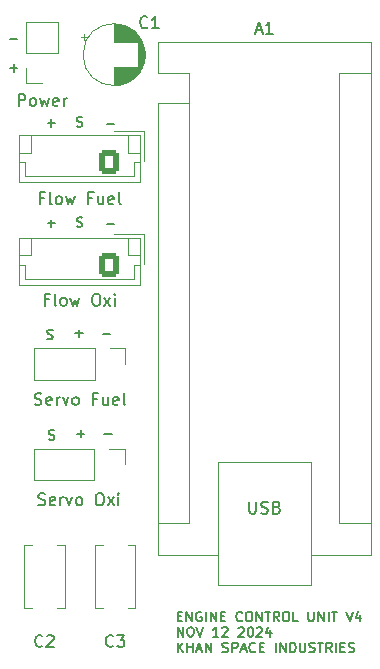
<source format=gto>
G04 #@! TF.GenerationSoftware,KiCad,Pcbnew,8.0.4*
G04 #@! TF.CreationDate,2024-11-12T14:35:11-08:00*
G04 #@! TF.ProjectId,Engine Control Unit,456e6769-6e65-4204-936f-6e74726f6c20,rev?*
G04 #@! TF.SameCoordinates,Original*
G04 #@! TF.FileFunction,Legend,Top*
G04 #@! TF.FilePolarity,Positive*
%FSLAX46Y46*%
G04 Gerber Fmt 4.6, Leading zero omitted, Abs format (unit mm)*
G04 Created by KiCad (PCBNEW 8.0.4) date 2024-11-12 14:35:11*
%MOMM*%
%LPD*%
G01*
G04 APERTURE LIST*
G04 Aperture macros list*
%AMRoundRect*
0 Rectangle with rounded corners*
0 $1 Rounding radius*
0 $2 $3 $4 $5 $6 $7 $8 $9 X,Y pos of 4 corners*
0 Add a 4 corners polygon primitive as box body*
4,1,4,$2,$3,$4,$5,$6,$7,$8,$9,$2,$3,0*
0 Add four circle primitives for the rounded corners*
1,1,$1+$1,$2,$3*
1,1,$1+$1,$4,$5*
1,1,$1+$1,$6,$7*
1,1,$1+$1,$8,$9*
0 Add four rect primitives between the rounded corners*
20,1,$1+$1,$2,$3,$4,$5,0*
20,1,$1+$1,$4,$5,$6,$7,0*
20,1,$1+$1,$6,$7,$8,$9,0*
20,1,$1+$1,$8,$9,$2,$3,0*%
G04 Aperture macros list end*
%ADD10C,0.152400*%
%ADD11C,0.150000*%
%ADD12C,0.120000*%
%ADD13R,1.700000X1.700000*%
%ADD14O,1.700000X1.700000*%
%ADD15C,1.600000*%
%ADD16R,1.600000X1.600000*%
%ADD17O,1.700000X1.950000*%
%ADD18RoundRect,0.250000X0.600000X0.725000X-0.600000X0.725000X-0.600000X-0.725000X0.600000X-0.725000X0*%
%ADD19O,1.600000X1.600000*%
G04 APERTURE END LIST*
D10*
X135206213Y-110917034D02*
X134586937Y-110917034D01*
X132582965Y-111206213D02*
X132582965Y-110586937D01*
X132892603Y-110896575D02*
X132273327Y-110896575D01*
X129895082Y-111353899D02*
X130011196Y-111392603D01*
X130011196Y-111392603D02*
X130204720Y-111392603D01*
X130204720Y-111392603D02*
X130282129Y-111353899D01*
X130282129Y-111353899D02*
X130320834Y-111315194D01*
X130320834Y-111315194D02*
X130359539Y-111237784D01*
X130359539Y-111237784D02*
X130359539Y-111160375D01*
X130359539Y-111160375D02*
X130320834Y-111082965D01*
X130320834Y-111082965D02*
X130282129Y-111044260D01*
X130282129Y-111044260D02*
X130204720Y-111005556D01*
X130204720Y-111005556D02*
X130049901Y-110966851D01*
X130049901Y-110966851D02*
X129972491Y-110928146D01*
X129972491Y-110928146D02*
X129933786Y-110889441D01*
X129933786Y-110889441D02*
X129895082Y-110812032D01*
X129895082Y-110812032D02*
X129895082Y-110734622D01*
X129895082Y-110734622D02*
X129933786Y-110657213D01*
X129933786Y-110657213D02*
X129972491Y-110618508D01*
X129972491Y-110618508D02*
X130049901Y-110579803D01*
X130049901Y-110579803D02*
X130243424Y-110579803D01*
X130243424Y-110579803D02*
X130359539Y-110618508D01*
X129793786Y-93082965D02*
X130413063Y-93082965D01*
X130103424Y-93392603D02*
X130103424Y-92773327D01*
X132255082Y-93353899D02*
X132371196Y-93392603D01*
X132371196Y-93392603D02*
X132564720Y-93392603D01*
X132564720Y-93392603D02*
X132642129Y-93353899D01*
X132642129Y-93353899D02*
X132680834Y-93315194D01*
X132680834Y-93315194D02*
X132719539Y-93237784D01*
X132719539Y-93237784D02*
X132719539Y-93160375D01*
X132719539Y-93160375D02*
X132680834Y-93082965D01*
X132680834Y-93082965D02*
X132642129Y-93044260D01*
X132642129Y-93044260D02*
X132564720Y-93005556D01*
X132564720Y-93005556D02*
X132409901Y-92966851D01*
X132409901Y-92966851D02*
X132332491Y-92928146D01*
X132332491Y-92928146D02*
X132293786Y-92889441D01*
X132293786Y-92889441D02*
X132255082Y-92812032D01*
X132255082Y-92812032D02*
X132255082Y-92734622D01*
X132255082Y-92734622D02*
X132293786Y-92657213D01*
X132293786Y-92657213D02*
X132332491Y-92618508D01*
X132332491Y-92618508D02*
X132409901Y-92579803D01*
X132409901Y-92579803D02*
X132603424Y-92579803D01*
X132603424Y-92579803D02*
X132719539Y-92618508D01*
X134793786Y-93182965D02*
X135413063Y-93182965D01*
X134793786Y-84682965D02*
X135413063Y-84682965D01*
X126593786Y-77442965D02*
X127213063Y-77442965D01*
X132255082Y-84853899D02*
X132371196Y-84892603D01*
X132371196Y-84892603D02*
X132564720Y-84892603D01*
X132564720Y-84892603D02*
X132642129Y-84853899D01*
X132642129Y-84853899D02*
X132680834Y-84815194D01*
X132680834Y-84815194D02*
X132719539Y-84737784D01*
X132719539Y-84737784D02*
X132719539Y-84660375D01*
X132719539Y-84660375D02*
X132680834Y-84582965D01*
X132680834Y-84582965D02*
X132642129Y-84544260D01*
X132642129Y-84544260D02*
X132564720Y-84505556D01*
X132564720Y-84505556D02*
X132409901Y-84466851D01*
X132409901Y-84466851D02*
X132332491Y-84428146D01*
X132332491Y-84428146D02*
X132293786Y-84389441D01*
X132293786Y-84389441D02*
X132255082Y-84312032D01*
X132255082Y-84312032D02*
X132255082Y-84234622D01*
X132255082Y-84234622D02*
X132293786Y-84157213D01*
X132293786Y-84157213D02*
X132332491Y-84118508D01*
X132332491Y-84118508D02*
X132409901Y-84079803D01*
X132409901Y-84079803D02*
X132603424Y-84079803D01*
X132603424Y-84079803D02*
X132719539Y-84118508D01*
X129755082Y-102853899D02*
X129871196Y-102892603D01*
X129871196Y-102892603D02*
X130064720Y-102892603D01*
X130064720Y-102892603D02*
X130142129Y-102853899D01*
X130142129Y-102853899D02*
X130180834Y-102815194D01*
X130180834Y-102815194D02*
X130219539Y-102737784D01*
X130219539Y-102737784D02*
X130219539Y-102660375D01*
X130219539Y-102660375D02*
X130180834Y-102582965D01*
X130180834Y-102582965D02*
X130142129Y-102544260D01*
X130142129Y-102544260D02*
X130064720Y-102505556D01*
X130064720Y-102505556D02*
X129909901Y-102466851D01*
X129909901Y-102466851D02*
X129832491Y-102428146D01*
X129832491Y-102428146D02*
X129793786Y-102389441D01*
X129793786Y-102389441D02*
X129755082Y-102312032D01*
X129755082Y-102312032D02*
X129755082Y-102234622D01*
X129755082Y-102234622D02*
X129793786Y-102157213D01*
X129793786Y-102157213D02*
X129832491Y-102118508D01*
X129832491Y-102118508D02*
X129909901Y-102079803D01*
X129909901Y-102079803D02*
X130103424Y-102079803D01*
X130103424Y-102079803D02*
X130219539Y-102118508D01*
X132442965Y-102706213D02*
X132442965Y-102086937D01*
X132752603Y-102396575D02*
X132133327Y-102396575D01*
X135066213Y-102417034D02*
X134446937Y-102417034D01*
X126593786Y-79942965D02*
X127213063Y-79942965D01*
X126903424Y-80252603D02*
X126903424Y-79633327D01*
X129793786Y-84582965D02*
X130413063Y-84582965D01*
X130103424Y-84892603D02*
X130103424Y-84273327D01*
X140793786Y-126349727D02*
X141064720Y-126349727D01*
X141180834Y-126775479D02*
X140793786Y-126775479D01*
X140793786Y-126775479D02*
X140793786Y-125962679D01*
X140793786Y-125962679D02*
X141180834Y-125962679D01*
X141529176Y-126775479D02*
X141529176Y-125962679D01*
X141529176Y-125962679D02*
X141993633Y-126775479D01*
X141993633Y-126775479D02*
X141993633Y-125962679D01*
X142806434Y-126001384D02*
X142729024Y-125962679D01*
X142729024Y-125962679D02*
X142612910Y-125962679D01*
X142612910Y-125962679D02*
X142496796Y-126001384D01*
X142496796Y-126001384D02*
X142419386Y-126078794D01*
X142419386Y-126078794D02*
X142380681Y-126156203D01*
X142380681Y-126156203D02*
X142341977Y-126311022D01*
X142341977Y-126311022D02*
X142341977Y-126427136D01*
X142341977Y-126427136D02*
X142380681Y-126581955D01*
X142380681Y-126581955D02*
X142419386Y-126659365D01*
X142419386Y-126659365D02*
X142496796Y-126736775D01*
X142496796Y-126736775D02*
X142612910Y-126775479D01*
X142612910Y-126775479D02*
X142690319Y-126775479D01*
X142690319Y-126775479D02*
X142806434Y-126736775D01*
X142806434Y-126736775D02*
X142845138Y-126698070D01*
X142845138Y-126698070D02*
X142845138Y-126427136D01*
X142845138Y-126427136D02*
X142690319Y-126427136D01*
X143193481Y-126775479D02*
X143193481Y-125962679D01*
X143580529Y-126775479D02*
X143580529Y-125962679D01*
X143580529Y-125962679D02*
X144044986Y-126775479D01*
X144044986Y-126775479D02*
X144044986Y-125962679D01*
X144432034Y-126349727D02*
X144702968Y-126349727D01*
X144819082Y-126775479D02*
X144432034Y-126775479D01*
X144432034Y-126775479D02*
X144432034Y-125962679D01*
X144432034Y-125962679D02*
X144819082Y-125962679D01*
X146251157Y-126698070D02*
X146212453Y-126736775D01*
X146212453Y-126736775D02*
X146096338Y-126775479D01*
X146096338Y-126775479D02*
X146018929Y-126775479D01*
X146018929Y-126775479D02*
X145902815Y-126736775D01*
X145902815Y-126736775D02*
X145825405Y-126659365D01*
X145825405Y-126659365D02*
X145786700Y-126581955D01*
X145786700Y-126581955D02*
X145747996Y-126427136D01*
X145747996Y-126427136D02*
X145747996Y-126311022D01*
X145747996Y-126311022D02*
X145786700Y-126156203D01*
X145786700Y-126156203D02*
X145825405Y-126078794D01*
X145825405Y-126078794D02*
X145902815Y-126001384D01*
X145902815Y-126001384D02*
X146018929Y-125962679D01*
X146018929Y-125962679D02*
X146096338Y-125962679D01*
X146096338Y-125962679D02*
X146212453Y-126001384D01*
X146212453Y-126001384D02*
X146251157Y-126040089D01*
X146754319Y-125962679D02*
X146909138Y-125962679D01*
X146909138Y-125962679D02*
X146986548Y-126001384D01*
X146986548Y-126001384D02*
X147063957Y-126078794D01*
X147063957Y-126078794D02*
X147102662Y-126233613D01*
X147102662Y-126233613D02*
X147102662Y-126504546D01*
X147102662Y-126504546D02*
X147063957Y-126659365D01*
X147063957Y-126659365D02*
X146986548Y-126736775D01*
X146986548Y-126736775D02*
X146909138Y-126775479D01*
X146909138Y-126775479D02*
X146754319Y-126775479D01*
X146754319Y-126775479D02*
X146676910Y-126736775D01*
X146676910Y-126736775D02*
X146599500Y-126659365D01*
X146599500Y-126659365D02*
X146560796Y-126504546D01*
X146560796Y-126504546D02*
X146560796Y-126233613D01*
X146560796Y-126233613D02*
X146599500Y-126078794D01*
X146599500Y-126078794D02*
X146676910Y-126001384D01*
X146676910Y-126001384D02*
X146754319Y-125962679D01*
X147451005Y-126775479D02*
X147451005Y-125962679D01*
X147451005Y-125962679D02*
X147915462Y-126775479D01*
X147915462Y-126775479D02*
X147915462Y-125962679D01*
X148186396Y-125962679D02*
X148650853Y-125962679D01*
X148418625Y-126775479D02*
X148418625Y-125962679D01*
X149386243Y-126775479D02*
X149115310Y-126388432D01*
X148921786Y-126775479D02*
X148921786Y-125962679D01*
X148921786Y-125962679D02*
X149231424Y-125962679D01*
X149231424Y-125962679D02*
X149308834Y-126001384D01*
X149308834Y-126001384D02*
X149347539Y-126040089D01*
X149347539Y-126040089D02*
X149386243Y-126117498D01*
X149386243Y-126117498D02*
X149386243Y-126233613D01*
X149386243Y-126233613D02*
X149347539Y-126311022D01*
X149347539Y-126311022D02*
X149308834Y-126349727D01*
X149308834Y-126349727D02*
X149231424Y-126388432D01*
X149231424Y-126388432D02*
X148921786Y-126388432D01*
X149889405Y-125962679D02*
X150044224Y-125962679D01*
X150044224Y-125962679D02*
X150121634Y-126001384D01*
X150121634Y-126001384D02*
X150199043Y-126078794D01*
X150199043Y-126078794D02*
X150237748Y-126233613D01*
X150237748Y-126233613D02*
X150237748Y-126504546D01*
X150237748Y-126504546D02*
X150199043Y-126659365D01*
X150199043Y-126659365D02*
X150121634Y-126736775D01*
X150121634Y-126736775D02*
X150044224Y-126775479D01*
X150044224Y-126775479D02*
X149889405Y-126775479D01*
X149889405Y-126775479D02*
X149811996Y-126736775D01*
X149811996Y-126736775D02*
X149734586Y-126659365D01*
X149734586Y-126659365D02*
X149695882Y-126504546D01*
X149695882Y-126504546D02*
X149695882Y-126233613D01*
X149695882Y-126233613D02*
X149734586Y-126078794D01*
X149734586Y-126078794D02*
X149811996Y-126001384D01*
X149811996Y-126001384D02*
X149889405Y-125962679D01*
X150973139Y-126775479D02*
X150586091Y-126775479D01*
X150586091Y-126775479D02*
X150586091Y-125962679D01*
X151863348Y-125962679D02*
X151863348Y-126620660D01*
X151863348Y-126620660D02*
X151902053Y-126698070D01*
X151902053Y-126698070D02*
X151940758Y-126736775D01*
X151940758Y-126736775D02*
X152018167Y-126775479D01*
X152018167Y-126775479D02*
X152172986Y-126775479D01*
X152172986Y-126775479D02*
X152250396Y-126736775D01*
X152250396Y-126736775D02*
X152289101Y-126698070D01*
X152289101Y-126698070D02*
X152327805Y-126620660D01*
X152327805Y-126620660D02*
X152327805Y-125962679D01*
X152714853Y-126775479D02*
X152714853Y-125962679D01*
X152714853Y-125962679D02*
X153179310Y-126775479D01*
X153179310Y-126775479D02*
X153179310Y-125962679D01*
X153566358Y-126775479D02*
X153566358Y-125962679D01*
X153837292Y-125962679D02*
X154301749Y-125962679D01*
X154069521Y-126775479D02*
X154069521Y-125962679D01*
X155075844Y-125962679D02*
X155346777Y-126775479D01*
X155346777Y-126775479D02*
X155617711Y-125962679D01*
X156236987Y-126233613D02*
X156236987Y-126775479D01*
X156043463Y-125923975D02*
X155849940Y-126504546D01*
X155849940Y-126504546D02*
X156353101Y-126504546D01*
X140793786Y-128084041D02*
X140793786Y-127271241D01*
X140793786Y-127271241D02*
X141258243Y-128084041D01*
X141258243Y-128084041D02*
X141258243Y-127271241D01*
X141800110Y-127271241D02*
X141954929Y-127271241D01*
X141954929Y-127271241D02*
X142032339Y-127309946D01*
X142032339Y-127309946D02*
X142109748Y-127387356D01*
X142109748Y-127387356D02*
X142148453Y-127542175D01*
X142148453Y-127542175D02*
X142148453Y-127813108D01*
X142148453Y-127813108D02*
X142109748Y-127967927D01*
X142109748Y-127967927D02*
X142032339Y-128045337D01*
X142032339Y-128045337D02*
X141954929Y-128084041D01*
X141954929Y-128084041D02*
X141800110Y-128084041D01*
X141800110Y-128084041D02*
X141722701Y-128045337D01*
X141722701Y-128045337D02*
X141645291Y-127967927D01*
X141645291Y-127967927D02*
X141606587Y-127813108D01*
X141606587Y-127813108D02*
X141606587Y-127542175D01*
X141606587Y-127542175D02*
X141645291Y-127387356D01*
X141645291Y-127387356D02*
X141722701Y-127309946D01*
X141722701Y-127309946D02*
X141800110Y-127271241D01*
X142380682Y-127271241D02*
X142651615Y-128084041D01*
X142651615Y-128084041D02*
X142922549Y-127271241D01*
X144238511Y-128084041D02*
X143774054Y-128084041D01*
X144006282Y-128084041D02*
X144006282Y-127271241D01*
X144006282Y-127271241D02*
X143928873Y-127387356D01*
X143928873Y-127387356D02*
X143851463Y-127464765D01*
X143851463Y-127464765D02*
X143774054Y-127503470D01*
X144548149Y-127348651D02*
X144586853Y-127309946D01*
X144586853Y-127309946D02*
X144664263Y-127271241D01*
X144664263Y-127271241D02*
X144857787Y-127271241D01*
X144857787Y-127271241D02*
X144935196Y-127309946D01*
X144935196Y-127309946D02*
X144973901Y-127348651D01*
X144973901Y-127348651D02*
X145012606Y-127426060D01*
X145012606Y-127426060D02*
X145012606Y-127503470D01*
X145012606Y-127503470D02*
X144973901Y-127619584D01*
X144973901Y-127619584D02*
X144509444Y-128084041D01*
X144509444Y-128084041D02*
X145012606Y-128084041D01*
X145941520Y-127348651D02*
X145980224Y-127309946D01*
X145980224Y-127309946D02*
X146057634Y-127271241D01*
X146057634Y-127271241D02*
X146251158Y-127271241D01*
X146251158Y-127271241D02*
X146328567Y-127309946D01*
X146328567Y-127309946D02*
X146367272Y-127348651D01*
X146367272Y-127348651D02*
X146405977Y-127426060D01*
X146405977Y-127426060D02*
X146405977Y-127503470D01*
X146405977Y-127503470D02*
X146367272Y-127619584D01*
X146367272Y-127619584D02*
X145902815Y-128084041D01*
X145902815Y-128084041D02*
X146405977Y-128084041D01*
X146909138Y-127271241D02*
X146986548Y-127271241D01*
X146986548Y-127271241D02*
X147063957Y-127309946D01*
X147063957Y-127309946D02*
X147102662Y-127348651D01*
X147102662Y-127348651D02*
X147141367Y-127426060D01*
X147141367Y-127426060D02*
X147180072Y-127580879D01*
X147180072Y-127580879D02*
X147180072Y-127774403D01*
X147180072Y-127774403D02*
X147141367Y-127929222D01*
X147141367Y-127929222D02*
X147102662Y-128006632D01*
X147102662Y-128006632D02*
X147063957Y-128045337D01*
X147063957Y-128045337D02*
X146986548Y-128084041D01*
X146986548Y-128084041D02*
X146909138Y-128084041D01*
X146909138Y-128084041D02*
X146831729Y-128045337D01*
X146831729Y-128045337D02*
X146793024Y-128006632D01*
X146793024Y-128006632D02*
X146754319Y-127929222D01*
X146754319Y-127929222D02*
X146715615Y-127774403D01*
X146715615Y-127774403D02*
X146715615Y-127580879D01*
X146715615Y-127580879D02*
X146754319Y-127426060D01*
X146754319Y-127426060D02*
X146793024Y-127348651D01*
X146793024Y-127348651D02*
X146831729Y-127309946D01*
X146831729Y-127309946D02*
X146909138Y-127271241D01*
X147489710Y-127348651D02*
X147528414Y-127309946D01*
X147528414Y-127309946D02*
X147605824Y-127271241D01*
X147605824Y-127271241D02*
X147799348Y-127271241D01*
X147799348Y-127271241D02*
X147876757Y-127309946D01*
X147876757Y-127309946D02*
X147915462Y-127348651D01*
X147915462Y-127348651D02*
X147954167Y-127426060D01*
X147954167Y-127426060D02*
X147954167Y-127503470D01*
X147954167Y-127503470D02*
X147915462Y-127619584D01*
X147915462Y-127619584D02*
X147451005Y-128084041D01*
X147451005Y-128084041D02*
X147954167Y-128084041D01*
X148650852Y-127542175D02*
X148650852Y-128084041D01*
X148457328Y-127232537D02*
X148263805Y-127813108D01*
X148263805Y-127813108D02*
X148766966Y-127813108D01*
X140793786Y-129392603D02*
X140793786Y-128579803D01*
X141258243Y-129392603D02*
X140909901Y-128928146D01*
X141258243Y-128579803D02*
X140793786Y-129044260D01*
X141606586Y-129392603D02*
X141606586Y-128579803D01*
X141606586Y-128966851D02*
X142071043Y-128966851D01*
X142071043Y-129392603D02*
X142071043Y-128579803D01*
X142419387Y-129160375D02*
X142806434Y-129160375D01*
X142341977Y-129392603D02*
X142612910Y-128579803D01*
X142612910Y-128579803D02*
X142883844Y-129392603D01*
X143154777Y-129392603D02*
X143154777Y-128579803D01*
X143154777Y-128579803D02*
X143619234Y-129392603D01*
X143619234Y-129392603D02*
X143619234Y-128579803D01*
X144586854Y-129353899D02*
X144702968Y-129392603D01*
X144702968Y-129392603D02*
X144896492Y-129392603D01*
X144896492Y-129392603D02*
X144973901Y-129353899D01*
X144973901Y-129353899D02*
X145012606Y-129315194D01*
X145012606Y-129315194D02*
X145051311Y-129237784D01*
X145051311Y-129237784D02*
X145051311Y-129160375D01*
X145051311Y-129160375D02*
X145012606Y-129082965D01*
X145012606Y-129082965D02*
X144973901Y-129044260D01*
X144973901Y-129044260D02*
X144896492Y-129005556D01*
X144896492Y-129005556D02*
X144741673Y-128966851D01*
X144741673Y-128966851D02*
X144664263Y-128928146D01*
X144664263Y-128928146D02*
X144625558Y-128889441D01*
X144625558Y-128889441D02*
X144586854Y-128812032D01*
X144586854Y-128812032D02*
X144586854Y-128734622D01*
X144586854Y-128734622D02*
X144625558Y-128657213D01*
X144625558Y-128657213D02*
X144664263Y-128618508D01*
X144664263Y-128618508D02*
X144741673Y-128579803D01*
X144741673Y-128579803D02*
X144935196Y-128579803D01*
X144935196Y-128579803D02*
X145051311Y-128618508D01*
X145399653Y-129392603D02*
X145399653Y-128579803D01*
X145399653Y-128579803D02*
X145709291Y-128579803D01*
X145709291Y-128579803D02*
X145786701Y-128618508D01*
X145786701Y-128618508D02*
X145825406Y-128657213D01*
X145825406Y-128657213D02*
X145864110Y-128734622D01*
X145864110Y-128734622D02*
X145864110Y-128850737D01*
X145864110Y-128850737D02*
X145825406Y-128928146D01*
X145825406Y-128928146D02*
X145786701Y-128966851D01*
X145786701Y-128966851D02*
X145709291Y-129005556D01*
X145709291Y-129005556D02*
X145399653Y-129005556D01*
X146173749Y-129160375D02*
X146560796Y-129160375D01*
X146096339Y-129392603D02*
X146367272Y-128579803D01*
X146367272Y-128579803D02*
X146638206Y-129392603D01*
X147373596Y-129315194D02*
X147334892Y-129353899D01*
X147334892Y-129353899D02*
X147218777Y-129392603D01*
X147218777Y-129392603D02*
X147141368Y-129392603D01*
X147141368Y-129392603D02*
X147025254Y-129353899D01*
X147025254Y-129353899D02*
X146947844Y-129276489D01*
X146947844Y-129276489D02*
X146909139Y-129199079D01*
X146909139Y-129199079D02*
X146870435Y-129044260D01*
X146870435Y-129044260D02*
X146870435Y-128928146D01*
X146870435Y-128928146D02*
X146909139Y-128773327D01*
X146909139Y-128773327D02*
X146947844Y-128695918D01*
X146947844Y-128695918D02*
X147025254Y-128618508D01*
X147025254Y-128618508D02*
X147141368Y-128579803D01*
X147141368Y-128579803D02*
X147218777Y-128579803D01*
X147218777Y-128579803D02*
X147334892Y-128618508D01*
X147334892Y-128618508D02*
X147373596Y-128657213D01*
X147721939Y-128966851D02*
X147992873Y-128966851D01*
X148108987Y-129392603D02*
X147721939Y-129392603D01*
X147721939Y-129392603D02*
X147721939Y-128579803D01*
X147721939Y-128579803D02*
X148108987Y-128579803D01*
X149076605Y-129392603D02*
X149076605Y-128579803D01*
X149463653Y-129392603D02*
X149463653Y-128579803D01*
X149463653Y-128579803D02*
X149928110Y-129392603D01*
X149928110Y-129392603D02*
X149928110Y-128579803D01*
X150315158Y-129392603D02*
X150315158Y-128579803D01*
X150315158Y-128579803D02*
X150508682Y-128579803D01*
X150508682Y-128579803D02*
X150624796Y-128618508D01*
X150624796Y-128618508D02*
X150702206Y-128695918D01*
X150702206Y-128695918D02*
X150740911Y-128773327D01*
X150740911Y-128773327D02*
X150779615Y-128928146D01*
X150779615Y-128928146D02*
X150779615Y-129044260D01*
X150779615Y-129044260D02*
X150740911Y-129199079D01*
X150740911Y-129199079D02*
X150702206Y-129276489D01*
X150702206Y-129276489D02*
X150624796Y-129353899D01*
X150624796Y-129353899D02*
X150508682Y-129392603D01*
X150508682Y-129392603D02*
X150315158Y-129392603D01*
X151127958Y-128579803D02*
X151127958Y-129237784D01*
X151127958Y-129237784D02*
X151166663Y-129315194D01*
X151166663Y-129315194D02*
X151205368Y-129353899D01*
X151205368Y-129353899D02*
X151282777Y-129392603D01*
X151282777Y-129392603D02*
X151437596Y-129392603D01*
X151437596Y-129392603D02*
X151515006Y-129353899D01*
X151515006Y-129353899D02*
X151553711Y-129315194D01*
X151553711Y-129315194D02*
X151592415Y-129237784D01*
X151592415Y-129237784D02*
X151592415Y-128579803D01*
X151940759Y-129353899D02*
X152056873Y-129392603D01*
X152056873Y-129392603D02*
X152250397Y-129392603D01*
X152250397Y-129392603D02*
X152327806Y-129353899D01*
X152327806Y-129353899D02*
X152366511Y-129315194D01*
X152366511Y-129315194D02*
X152405216Y-129237784D01*
X152405216Y-129237784D02*
X152405216Y-129160375D01*
X152405216Y-129160375D02*
X152366511Y-129082965D01*
X152366511Y-129082965D02*
X152327806Y-129044260D01*
X152327806Y-129044260D02*
X152250397Y-129005556D01*
X152250397Y-129005556D02*
X152095578Y-128966851D01*
X152095578Y-128966851D02*
X152018168Y-128928146D01*
X152018168Y-128928146D02*
X151979463Y-128889441D01*
X151979463Y-128889441D02*
X151940759Y-128812032D01*
X151940759Y-128812032D02*
X151940759Y-128734622D01*
X151940759Y-128734622D02*
X151979463Y-128657213D01*
X151979463Y-128657213D02*
X152018168Y-128618508D01*
X152018168Y-128618508D02*
X152095578Y-128579803D01*
X152095578Y-128579803D02*
X152289101Y-128579803D01*
X152289101Y-128579803D02*
X152405216Y-128618508D01*
X152637444Y-128579803D02*
X153101901Y-128579803D01*
X152869673Y-129392603D02*
X152869673Y-128579803D01*
X153837291Y-129392603D02*
X153566358Y-129005556D01*
X153372834Y-129392603D02*
X153372834Y-128579803D01*
X153372834Y-128579803D02*
X153682472Y-128579803D01*
X153682472Y-128579803D02*
X153759882Y-128618508D01*
X153759882Y-128618508D02*
X153798587Y-128657213D01*
X153798587Y-128657213D02*
X153837291Y-128734622D01*
X153837291Y-128734622D02*
X153837291Y-128850737D01*
X153837291Y-128850737D02*
X153798587Y-128928146D01*
X153798587Y-128928146D02*
X153759882Y-128966851D01*
X153759882Y-128966851D02*
X153682472Y-129005556D01*
X153682472Y-129005556D02*
X153372834Y-129005556D01*
X154185634Y-129392603D02*
X154185634Y-128579803D01*
X154572682Y-128966851D02*
X154843616Y-128966851D01*
X154959730Y-129392603D02*
X154572682Y-129392603D01*
X154572682Y-129392603D02*
X154572682Y-128579803D01*
X154572682Y-128579803D02*
X154959730Y-128579803D01*
X155269368Y-129353899D02*
X155385482Y-129392603D01*
X155385482Y-129392603D02*
X155579006Y-129392603D01*
X155579006Y-129392603D02*
X155656415Y-129353899D01*
X155656415Y-129353899D02*
X155695120Y-129315194D01*
X155695120Y-129315194D02*
X155733825Y-129237784D01*
X155733825Y-129237784D02*
X155733825Y-129160375D01*
X155733825Y-129160375D02*
X155695120Y-129082965D01*
X155695120Y-129082965D02*
X155656415Y-129044260D01*
X155656415Y-129044260D02*
X155579006Y-129005556D01*
X155579006Y-129005556D02*
X155424187Y-128966851D01*
X155424187Y-128966851D02*
X155346777Y-128928146D01*
X155346777Y-128928146D02*
X155308072Y-128889441D01*
X155308072Y-128889441D02*
X155269368Y-128812032D01*
X155269368Y-128812032D02*
X155269368Y-128734622D01*
X155269368Y-128734622D02*
X155308072Y-128657213D01*
X155308072Y-128657213D02*
X155346777Y-128618508D01*
X155346777Y-128618508D02*
X155424187Y-128579803D01*
X155424187Y-128579803D02*
X155617710Y-128579803D01*
X155617710Y-128579803D02*
X155733825Y-128618508D01*
D11*
X128690475Y-108407200D02*
X128833332Y-108454819D01*
X128833332Y-108454819D02*
X129071427Y-108454819D01*
X129071427Y-108454819D02*
X129166665Y-108407200D01*
X129166665Y-108407200D02*
X129214284Y-108359580D01*
X129214284Y-108359580D02*
X129261903Y-108264342D01*
X129261903Y-108264342D02*
X129261903Y-108169104D01*
X129261903Y-108169104D02*
X129214284Y-108073866D01*
X129214284Y-108073866D02*
X129166665Y-108026247D01*
X129166665Y-108026247D02*
X129071427Y-107978628D01*
X129071427Y-107978628D02*
X128880951Y-107931009D01*
X128880951Y-107931009D02*
X128785713Y-107883390D01*
X128785713Y-107883390D02*
X128738094Y-107835771D01*
X128738094Y-107835771D02*
X128690475Y-107740533D01*
X128690475Y-107740533D02*
X128690475Y-107645295D01*
X128690475Y-107645295D02*
X128738094Y-107550057D01*
X128738094Y-107550057D02*
X128785713Y-107502438D01*
X128785713Y-107502438D02*
X128880951Y-107454819D01*
X128880951Y-107454819D02*
X129119046Y-107454819D01*
X129119046Y-107454819D02*
X129261903Y-107502438D01*
X130071427Y-108407200D02*
X129976189Y-108454819D01*
X129976189Y-108454819D02*
X129785713Y-108454819D01*
X129785713Y-108454819D02*
X129690475Y-108407200D01*
X129690475Y-108407200D02*
X129642856Y-108311961D01*
X129642856Y-108311961D02*
X129642856Y-107931009D01*
X129642856Y-107931009D02*
X129690475Y-107835771D01*
X129690475Y-107835771D02*
X129785713Y-107788152D01*
X129785713Y-107788152D02*
X129976189Y-107788152D01*
X129976189Y-107788152D02*
X130071427Y-107835771D01*
X130071427Y-107835771D02*
X130119046Y-107931009D01*
X130119046Y-107931009D02*
X130119046Y-108026247D01*
X130119046Y-108026247D02*
X129642856Y-108121485D01*
X130547618Y-108454819D02*
X130547618Y-107788152D01*
X130547618Y-107978628D02*
X130595237Y-107883390D01*
X130595237Y-107883390D02*
X130642856Y-107835771D01*
X130642856Y-107835771D02*
X130738094Y-107788152D01*
X130738094Y-107788152D02*
X130833332Y-107788152D01*
X131071428Y-107788152D02*
X131309523Y-108454819D01*
X131309523Y-108454819D02*
X131547618Y-107788152D01*
X132071428Y-108454819D02*
X131976190Y-108407200D01*
X131976190Y-108407200D02*
X131928571Y-108359580D01*
X131928571Y-108359580D02*
X131880952Y-108264342D01*
X131880952Y-108264342D02*
X131880952Y-107978628D01*
X131880952Y-107978628D02*
X131928571Y-107883390D01*
X131928571Y-107883390D02*
X131976190Y-107835771D01*
X131976190Y-107835771D02*
X132071428Y-107788152D01*
X132071428Y-107788152D02*
X132214285Y-107788152D01*
X132214285Y-107788152D02*
X132309523Y-107835771D01*
X132309523Y-107835771D02*
X132357142Y-107883390D01*
X132357142Y-107883390D02*
X132404761Y-107978628D01*
X132404761Y-107978628D02*
X132404761Y-108264342D01*
X132404761Y-108264342D02*
X132357142Y-108359580D01*
X132357142Y-108359580D02*
X132309523Y-108407200D01*
X132309523Y-108407200D02*
X132214285Y-108454819D01*
X132214285Y-108454819D02*
X132071428Y-108454819D01*
X133928571Y-107931009D02*
X133595238Y-107931009D01*
X133595238Y-108454819D02*
X133595238Y-107454819D01*
X133595238Y-107454819D02*
X134071428Y-107454819D01*
X134880952Y-107788152D02*
X134880952Y-108454819D01*
X134452381Y-107788152D02*
X134452381Y-108311961D01*
X134452381Y-108311961D02*
X134500000Y-108407200D01*
X134500000Y-108407200D02*
X134595238Y-108454819D01*
X134595238Y-108454819D02*
X134738095Y-108454819D01*
X134738095Y-108454819D02*
X134833333Y-108407200D01*
X134833333Y-108407200D02*
X134880952Y-108359580D01*
X135738095Y-108407200D02*
X135642857Y-108454819D01*
X135642857Y-108454819D02*
X135452381Y-108454819D01*
X135452381Y-108454819D02*
X135357143Y-108407200D01*
X135357143Y-108407200D02*
X135309524Y-108311961D01*
X135309524Y-108311961D02*
X135309524Y-107931009D01*
X135309524Y-107931009D02*
X135357143Y-107835771D01*
X135357143Y-107835771D02*
X135452381Y-107788152D01*
X135452381Y-107788152D02*
X135642857Y-107788152D01*
X135642857Y-107788152D02*
X135738095Y-107835771D01*
X135738095Y-107835771D02*
X135785714Y-107931009D01*
X135785714Y-107931009D02*
X135785714Y-108026247D01*
X135785714Y-108026247D02*
X135309524Y-108121485D01*
X136357143Y-108454819D02*
X136261905Y-108407200D01*
X136261905Y-108407200D02*
X136214286Y-108311961D01*
X136214286Y-108311961D02*
X136214286Y-107454819D01*
X135333333Y-128859580D02*
X135285714Y-128907200D01*
X135285714Y-128907200D02*
X135142857Y-128954819D01*
X135142857Y-128954819D02*
X135047619Y-128954819D01*
X135047619Y-128954819D02*
X134904762Y-128907200D01*
X134904762Y-128907200D02*
X134809524Y-128811961D01*
X134809524Y-128811961D02*
X134761905Y-128716723D01*
X134761905Y-128716723D02*
X134714286Y-128526247D01*
X134714286Y-128526247D02*
X134714286Y-128383390D01*
X134714286Y-128383390D02*
X134761905Y-128192914D01*
X134761905Y-128192914D02*
X134809524Y-128097676D01*
X134809524Y-128097676D02*
X134904762Y-128002438D01*
X134904762Y-128002438D02*
X135047619Y-127954819D01*
X135047619Y-127954819D02*
X135142857Y-127954819D01*
X135142857Y-127954819D02*
X135285714Y-128002438D01*
X135285714Y-128002438D02*
X135333333Y-128050057D01*
X135666667Y-127954819D02*
X136285714Y-127954819D01*
X136285714Y-127954819D02*
X135952381Y-128335771D01*
X135952381Y-128335771D02*
X136095238Y-128335771D01*
X136095238Y-128335771D02*
X136190476Y-128383390D01*
X136190476Y-128383390D02*
X136238095Y-128431009D01*
X136238095Y-128431009D02*
X136285714Y-128526247D01*
X136285714Y-128526247D02*
X136285714Y-128764342D01*
X136285714Y-128764342D02*
X136238095Y-128859580D01*
X136238095Y-128859580D02*
X136190476Y-128907200D01*
X136190476Y-128907200D02*
X136095238Y-128954819D01*
X136095238Y-128954819D02*
X135809524Y-128954819D01*
X135809524Y-128954819D02*
X135714286Y-128907200D01*
X135714286Y-128907200D02*
X135666667Y-128859580D01*
X138233333Y-76459580D02*
X138185714Y-76507200D01*
X138185714Y-76507200D02*
X138042857Y-76554819D01*
X138042857Y-76554819D02*
X137947619Y-76554819D01*
X137947619Y-76554819D02*
X137804762Y-76507200D01*
X137804762Y-76507200D02*
X137709524Y-76411961D01*
X137709524Y-76411961D02*
X137661905Y-76316723D01*
X137661905Y-76316723D02*
X137614286Y-76126247D01*
X137614286Y-76126247D02*
X137614286Y-75983390D01*
X137614286Y-75983390D02*
X137661905Y-75792914D01*
X137661905Y-75792914D02*
X137709524Y-75697676D01*
X137709524Y-75697676D02*
X137804762Y-75602438D01*
X137804762Y-75602438D02*
X137947619Y-75554819D01*
X137947619Y-75554819D02*
X138042857Y-75554819D01*
X138042857Y-75554819D02*
X138185714Y-75602438D01*
X138185714Y-75602438D02*
X138233333Y-75650057D01*
X139185714Y-76554819D02*
X138614286Y-76554819D01*
X138900000Y-76554819D02*
X138900000Y-75554819D01*
X138900000Y-75554819D02*
X138804762Y-75697676D01*
X138804762Y-75697676D02*
X138709524Y-75792914D01*
X138709524Y-75792914D02*
X138614286Y-75840533D01*
X129452380Y-90931009D02*
X129119047Y-90931009D01*
X129119047Y-91454819D02*
X129119047Y-90454819D01*
X129119047Y-90454819D02*
X129595237Y-90454819D01*
X130119047Y-91454819D02*
X130023809Y-91407200D01*
X130023809Y-91407200D02*
X129976190Y-91311961D01*
X129976190Y-91311961D02*
X129976190Y-90454819D01*
X130642857Y-91454819D02*
X130547619Y-91407200D01*
X130547619Y-91407200D02*
X130500000Y-91359580D01*
X130500000Y-91359580D02*
X130452381Y-91264342D01*
X130452381Y-91264342D02*
X130452381Y-90978628D01*
X130452381Y-90978628D02*
X130500000Y-90883390D01*
X130500000Y-90883390D02*
X130547619Y-90835771D01*
X130547619Y-90835771D02*
X130642857Y-90788152D01*
X130642857Y-90788152D02*
X130785714Y-90788152D01*
X130785714Y-90788152D02*
X130880952Y-90835771D01*
X130880952Y-90835771D02*
X130928571Y-90883390D01*
X130928571Y-90883390D02*
X130976190Y-90978628D01*
X130976190Y-90978628D02*
X130976190Y-91264342D01*
X130976190Y-91264342D02*
X130928571Y-91359580D01*
X130928571Y-91359580D02*
X130880952Y-91407200D01*
X130880952Y-91407200D02*
X130785714Y-91454819D01*
X130785714Y-91454819D02*
X130642857Y-91454819D01*
X131309524Y-90788152D02*
X131500000Y-91454819D01*
X131500000Y-91454819D02*
X131690476Y-90978628D01*
X131690476Y-90978628D02*
X131880952Y-91454819D01*
X131880952Y-91454819D02*
X132071428Y-90788152D01*
X133547619Y-90931009D02*
X133214286Y-90931009D01*
X133214286Y-91454819D02*
X133214286Y-90454819D01*
X133214286Y-90454819D02*
X133690476Y-90454819D01*
X134500000Y-90788152D02*
X134500000Y-91454819D01*
X134071429Y-90788152D02*
X134071429Y-91311961D01*
X134071429Y-91311961D02*
X134119048Y-91407200D01*
X134119048Y-91407200D02*
X134214286Y-91454819D01*
X134214286Y-91454819D02*
X134357143Y-91454819D01*
X134357143Y-91454819D02*
X134452381Y-91407200D01*
X134452381Y-91407200D02*
X134500000Y-91359580D01*
X135357143Y-91407200D02*
X135261905Y-91454819D01*
X135261905Y-91454819D02*
X135071429Y-91454819D01*
X135071429Y-91454819D02*
X134976191Y-91407200D01*
X134976191Y-91407200D02*
X134928572Y-91311961D01*
X134928572Y-91311961D02*
X134928572Y-90931009D01*
X134928572Y-90931009D02*
X134976191Y-90835771D01*
X134976191Y-90835771D02*
X135071429Y-90788152D01*
X135071429Y-90788152D02*
X135261905Y-90788152D01*
X135261905Y-90788152D02*
X135357143Y-90835771D01*
X135357143Y-90835771D02*
X135404762Y-90931009D01*
X135404762Y-90931009D02*
X135404762Y-91026247D01*
X135404762Y-91026247D02*
X134928572Y-91121485D01*
X135976191Y-91454819D02*
X135880953Y-91407200D01*
X135880953Y-91407200D02*
X135833334Y-91311961D01*
X135833334Y-91311961D02*
X135833334Y-90454819D01*
X129333333Y-128859580D02*
X129285714Y-128907200D01*
X129285714Y-128907200D02*
X129142857Y-128954819D01*
X129142857Y-128954819D02*
X129047619Y-128954819D01*
X129047619Y-128954819D02*
X128904762Y-128907200D01*
X128904762Y-128907200D02*
X128809524Y-128811961D01*
X128809524Y-128811961D02*
X128761905Y-128716723D01*
X128761905Y-128716723D02*
X128714286Y-128526247D01*
X128714286Y-128526247D02*
X128714286Y-128383390D01*
X128714286Y-128383390D02*
X128761905Y-128192914D01*
X128761905Y-128192914D02*
X128809524Y-128097676D01*
X128809524Y-128097676D02*
X128904762Y-128002438D01*
X128904762Y-128002438D02*
X129047619Y-127954819D01*
X129047619Y-127954819D02*
X129142857Y-127954819D01*
X129142857Y-127954819D02*
X129285714Y-128002438D01*
X129285714Y-128002438D02*
X129333333Y-128050057D01*
X129714286Y-128050057D02*
X129761905Y-128002438D01*
X129761905Y-128002438D02*
X129857143Y-127954819D01*
X129857143Y-127954819D02*
X130095238Y-127954819D01*
X130095238Y-127954819D02*
X130190476Y-128002438D01*
X130190476Y-128002438D02*
X130238095Y-128050057D01*
X130238095Y-128050057D02*
X130285714Y-128145295D01*
X130285714Y-128145295D02*
X130285714Y-128240533D01*
X130285714Y-128240533D02*
X130238095Y-128383390D01*
X130238095Y-128383390D02*
X129666667Y-128954819D01*
X129666667Y-128954819D02*
X130285714Y-128954819D01*
X128995238Y-116907200D02*
X129138095Y-116954819D01*
X129138095Y-116954819D02*
X129376190Y-116954819D01*
X129376190Y-116954819D02*
X129471428Y-116907200D01*
X129471428Y-116907200D02*
X129519047Y-116859580D01*
X129519047Y-116859580D02*
X129566666Y-116764342D01*
X129566666Y-116764342D02*
X129566666Y-116669104D01*
X129566666Y-116669104D02*
X129519047Y-116573866D01*
X129519047Y-116573866D02*
X129471428Y-116526247D01*
X129471428Y-116526247D02*
X129376190Y-116478628D01*
X129376190Y-116478628D02*
X129185714Y-116431009D01*
X129185714Y-116431009D02*
X129090476Y-116383390D01*
X129090476Y-116383390D02*
X129042857Y-116335771D01*
X129042857Y-116335771D02*
X128995238Y-116240533D01*
X128995238Y-116240533D02*
X128995238Y-116145295D01*
X128995238Y-116145295D02*
X129042857Y-116050057D01*
X129042857Y-116050057D02*
X129090476Y-116002438D01*
X129090476Y-116002438D02*
X129185714Y-115954819D01*
X129185714Y-115954819D02*
X129423809Y-115954819D01*
X129423809Y-115954819D02*
X129566666Y-116002438D01*
X130376190Y-116907200D02*
X130280952Y-116954819D01*
X130280952Y-116954819D02*
X130090476Y-116954819D01*
X130090476Y-116954819D02*
X129995238Y-116907200D01*
X129995238Y-116907200D02*
X129947619Y-116811961D01*
X129947619Y-116811961D02*
X129947619Y-116431009D01*
X129947619Y-116431009D02*
X129995238Y-116335771D01*
X129995238Y-116335771D02*
X130090476Y-116288152D01*
X130090476Y-116288152D02*
X130280952Y-116288152D01*
X130280952Y-116288152D02*
X130376190Y-116335771D01*
X130376190Y-116335771D02*
X130423809Y-116431009D01*
X130423809Y-116431009D02*
X130423809Y-116526247D01*
X130423809Y-116526247D02*
X129947619Y-116621485D01*
X130852381Y-116954819D02*
X130852381Y-116288152D01*
X130852381Y-116478628D02*
X130900000Y-116383390D01*
X130900000Y-116383390D02*
X130947619Y-116335771D01*
X130947619Y-116335771D02*
X131042857Y-116288152D01*
X131042857Y-116288152D02*
X131138095Y-116288152D01*
X131376191Y-116288152D02*
X131614286Y-116954819D01*
X131614286Y-116954819D02*
X131852381Y-116288152D01*
X132376191Y-116954819D02*
X132280953Y-116907200D01*
X132280953Y-116907200D02*
X132233334Y-116859580D01*
X132233334Y-116859580D02*
X132185715Y-116764342D01*
X132185715Y-116764342D02*
X132185715Y-116478628D01*
X132185715Y-116478628D02*
X132233334Y-116383390D01*
X132233334Y-116383390D02*
X132280953Y-116335771D01*
X132280953Y-116335771D02*
X132376191Y-116288152D01*
X132376191Y-116288152D02*
X132519048Y-116288152D01*
X132519048Y-116288152D02*
X132614286Y-116335771D01*
X132614286Y-116335771D02*
X132661905Y-116383390D01*
X132661905Y-116383390D02*
X132709524Y-116478628D01*
X132709524Y-116478628D02*
X132709524Y-116764342D01*
X132709524Y-116764342D02*
X132661905Y-116859580D01*
X132661905Y-116859580D02*
X132614286Y-116907200D01*
X132614286Y-116907200D02*
X132519048Y-116954819D01*
X132519048Y-116954819D02*
X132376191Y-116954819D01*
X134090477Y-115954819D02*
X134280953Y-115954819D01*
X134280953Y-115954819D02*
X134376191Y-116002438D01*
X134376191Y-116002438D02*
X134471429Y-116097676D01*
X134471429Y-116097676D02*
X134519048Y-116288152D01*
X134519048Y-116288152D02*
X134519048Y-116621485D01*
X134519048Y-116621485D02*
X134471429Y-116811961D01*
X134471429Y-116811961D02*
X134376191Y-116907200D01*
X134376191Y-116907200D02*
X134280953Y-116954819D01*
X134280953Y-116954819D02*
X134090477Y-116954819D01*
X134090477Y-116954819D02*
X133995239Y-116907200D01*
X133995239Y-116907200D02*
X133900001Y-116811961D01*
X133900001Y-116811961D02*
X133852382Y-116621485D01*
X133852382Y-116621485D02*
X133852382Y-116288152D01*
X133852382Y-116288152D02*
X133900001Y-116097676D01*
X133900001Y-116097676D02*
X133995239Y-116002438D01*
X133995239Y-116002438D02*
X134090477Y-115954819D01*
X134852382Y-116954819D02*
X135376191Y-116288152D01*
X134852382Y-116288152D02*
X135376191Y-116954819D01*
X135757144Y-116954819D02*
X135757144Y-116288152D01*
X135757144Y-115954819D02*
X135709525Y-116002438D01*
X135709525Y-116002438D02*
X135757144Y-116050057D01*
X135757144Y-116050057D02*
X135804763Y-116002438D01*
X135804763Y-116002438D02*
X135757144Y-115954819D01*
X135757144Y-115954819D02*
X135757144Y-116050057D01*
X129857142Y-99531009D02*
X129523809Y-99531009D01*
X129523809Y-100054819D02*
X129523809Y-99054819D01*
X129523809Y-99054819D02*
X129999999Y-99054819D01*
X130523809Y-100054819D02*
X130428571Y-100007200D01*
X130428571Y-100007200D02*
X130380952Y-99911961D01*
X130380952Y-99911961D02*
X130380952Y-99054819D01*
X131047619Y-100054819D02*
X130952381Y-100007200D01*
X130952381Y-100007200D02*
X130904762Y-99959580D01*
X130904762Y-99959580D02*
X130857143Y-99864342D01*
X130857143Y-99864342D02*
X130857143Y-99578628D01*
X130857143Y-99578628D02*
X130904762Y-99483390D01*
X130904762Y-99483390D02*
X130952381Y-99435771D01*
X130952381Y-99435771D02*
X131047619Y-99388152D01*
X131047619Y-99388152D02*
X131190476Y-99388152D01*
X131190476Y-99388152D02*
X131285714Y-99435771D01*
X131285714Y-99435771D02*
X131333333Y-99483390D01*
X131333333Y-99483390D02*
X131380952Y-99578628D01*
X131380952Y-99578628D02*
X131380952Y-99864342D01*
X131380952Y-99864342D02*
X131333333Y-99959580D01*
X131333333Y-99959580D02*
X131285714Y-100007200D01*
X131285714Y-100007200D02*
X131190476Y-100054819D01*
X131190476Y-100054819D02*
X131047619Y-100054819D01*
X131714286Y-99388152D02*
X131904762Y-100054819D01*
X131904762Y-100054819D02*
X132095238Y-99578628D01*
X132095238Y-99578628D02*
X132285714Y-100054819D01*
X132285714Y-100054819D02*
X132476190Y-99388152D01*
X133809524Y-99054819D02*
X134000000Y-99054819D01*
X134000000Y-99054819D02*
X134095238Y-99102438D01*
X134095238Y-99102438D02*
X134190476Y-99197676D01*
X134190476Y-99197676D02*
X134238095Y-99388152D01*
X134238095Y-99388152D02*
X134238095Y-99721485D01*
X134238095Y-99721485D02*
X134190476Y-99911961D01*
X134190476Y-99911961D02*
X134095238Y-100007200D01*
X134095238Y-100007200D02*
X134000000Y-100054819D01*
X134000000Y-100054819D02*
X133809524Y-100054819D01*
X133809524Y-100054819D02*
X133714286Y-100007200D01*
X133714286Y-100007200D02*
X133619048Y-99911961D01*
X133619048Y-99911961D02*
X133571429Y-99721485D01*
X133571429Y-99721485D02*
X133571429Y-99388152D01*
X133571429Y-99388152D02*
X133619048Y-99197676D01*
X133619048Y-99197676D02*
X133714286Y-99102438D01*
X133714286Y-99102438D02*
X133809524Y-99054819D01*
X134571429Y-100054819D02*
X135095238Y-99388152D01*
X134571429Y-99388152D02*
X135095238Y-100054819D01*
X135476191Y-100054819D02*
X135476191Y-99388152D01*
X135476191Y-99054819D02*
X135428572Y-99102438D01*
X135428572Y-99102438D02*
X135476191Y-99150057D01*
X135476191Y-99150057D02*
X135523810Y-99102438D01*
X135523810Y-99102438D02*
X135476191Y-99054819D01*
X135476191Y-99054819D02*
X135476191Y-99150057D01*
X147405714Y-76729104D02*
X147881904Y-76729104D01*
X147310476Y-77014819D02*
X147643809Y-76014819D01*
X147643809Y-76014819D02*
X147977142Y-77014819D01*
X148834285Y-77014819D02*
X148262857Y-77014819D01*
X148548571Y-77014819D02*
X148548571Y-76014819D01*
X148548571Y-76014819D02*
X148453333Y-76157676D01*
X148453333Y-76157676D02*
X148358095Y-76252914D01*
X148358095Y-76252914D02*
X148262857Y-76300533D01*
X146858095Y-116654819D02*
X146858095Y-117464342D01*
X146858095Y-117464342D02*
X146905714Y-117559580D01*
X146905714Y-117559580D02*
X146953333Y-117607200D01*
X146953333Y-117607200D02*
X147048571Y-117654819D01*
X147048571Y-117654819D02*
X147239047Y-117654819D01*
X147239047Y-117654819D02*
X147334285Y-117607200D01*
X147334285Y-117607200D02*
X147381904Y-117559580D01*
X147381904Y-117559580D02*
X147429523Y-117464342D01*
X147429523Y-117464342D02*
X147429523Y-116654819D01*
X147858095Y-117607200D02*
X148000952Y-117654819D01*
X148000952Y-117654819D02*
X148239047Y-117654819D01*
X148239047Y-117654819D02*
X148334285Y-117607200D01*
X148334285Y-117607200D02*
X148381904Y-117559580D01*
X148381904Y-117559580D02*
X148429523Y-117464342D01*
X148429523Y-117464342D02*
X148429523Y-117369104D01*
X148429523Y-117369104D02*
X148381904Y-117273866D01*
X148381904Y-117273866D02*
X148334285Y-117226247D01*
X148334285Y-117226247D02*
X148239047Y-117178628D01*
X148239047Y-117178628D02*
X148048571Y-117131009D01*
X148048571Y-117131009D02*
X147953333Y-117083390D01*
X147953333Y-117083390D02*
X147905714Y-117035771D01*
X147905714Y-117035771D02*
X147858095Y-116940533D01*
X147858095Y-116940533D02*
X147858095Y-116845295D01*
X147858095Y-116845295D02*
X147905714Y-116750057D01*
X147905714Y-116750057D02*
X147953333Y-116702438D01*
X147953333Y-116702438D02*
X148048571Y-116654819D01*
X148048571Y-116654819D02*
X148286666Y-116654819D01*
X148286666Y-116654819D02*
X148429523Y-116702438D01*
X149191428Y-117131009D02*
X149334285Y-117178628D01*
X149334285Y-117178628D02*
X149381904Y-117226247D01*
X149381904Y-117226247D02*
X149429523Y-117321485D01*
X149429523Y-117321485D02*
X149429523Y-117464342D01*
X149429523Y-117464342D02*
X149381904Y-117559580D01*
X149381904Y-117559580D02*
X149334285Y-117607200D01*
X149334285Y-117607200D02*
X149239047Y-117654819D01*
X149239047Y-117654819D02*
X148858095Y-117654819D01*
X148858095Y-117654819D02*
X148858095Y-116654819D01*
X148858095Y-116654819D02*
X149191428Y-116654819D01*
X149191428Y-116654819D02*
X149286666Y-116702438D01*
X149286666Y-116702438D02*
X149334285Y-116750057D01*
X149334285Y-116750057D02*
X149381904Y-116845295D01*
X149381904Y-116845295D02*
X149381904Y-116940533D01*
X149381904Y-116940533D02*
X149334285Y-117035771D01*
X149334285Y-117035771D02*
X149286666Y-117083390D01*
X149286666Y-117083390D02*
X149191428Y-117131009D01*
X149191428Y-117131009D02*
X148858095Y-117131009D01*
X127323809Y-83154819D02*
X127323809Y-82154819D01*
X127323809Y-82154819D02*
X127704761Y-82154819D01*
X127704761Y-82154819D02*
X127799999Y-82202438D01*
X127799999Y-82202438D02*
X127847618Y-82250057D01*
X127847618Y-82250057D02*
X127895237Y-82345295D01*
X127895237Y-82345295D02*
X127895237Y-82488152D01*
X127895237Y-82488152D02*
X127847618Y-82583390D01*
X127847618Y-82583390D02*
X127799999Y-82631009D01*
X127799999Y-82631009D02*
X127704761Y-82678628D01*
X127704761Y-82678628D02*
X127323809Y-82678628D01*
X128466666Y-83154819D02*
X128371428Y-83107200D01*
X128371428Y-83107200D02*
X128323809Y-83059580D01*
X128323809Y-83059580D02*
X128276190Y-82964342D01*
X128276190Y-82964342D02*
X128276190Y-82678628D01*
X128276190Y-82678628D02*
X128323809Y-82583390D01*
X128323809Y-82583390D02*
X128371428Y-82535771D01*
X128371428Y-82535771D02*
X128466666Y-82488152D01*
X128466666Y-82488152D02*
X128609523Y-82488152D01*
X128609523Y-82488152D02*
X128704761Y-82535771D01*
X128704761Y-82535771D02*
X128752380Y-82583390D01*
X128752380Y-82583390D02*
X128799999Y-82678628D01*
X128799999Y-82678628D02*
X128799999Y-82964342D01*
X128799999Y-82964342D02*
X128752380Y-83059580D01*
X128752380Y-83059580D02*
X128704761Y-83107200D01*
X128704761Y-83107200D02*
X128609523Y-83154819D01*
X128609523Y-83154819D02*
X128466666Y-83154819D01*
X129133333Y-82488152D02*
X129323809Y-83154819D01*
X129323809Y-83154819D02*
X129514285Y-82678628D01*
X129514285Y-82678628D02*
X129704761Y-83154819D01*
X129704761Y-83154819D02*
X129895237Y-82488152D01*
X130657142Y-83107200D02*
X130561904Y-83154819D01*
X130561904Y-83154819D02*
X130371428Y-83154819D01*
X130371428Y-83154819D02*
X130276190Y-83107200D01*
X130276190Y-83107200D02*
X130228571Y-83011961D01*
X130228571Y-83011961D02*
X130228571Y-82631009D01*
X130228571Y-82631009D02*
X130276190Y-82535771D01*
X130276190Y-82535771D02*
X130371428Y-82488152D01*
X130371428Y-82488152D02*
X130561904Y-82488152D01*
X130561904Y-82488152D02*
X130657142Y-82535771D01*
X130657142Y-82535771D02*
X130704761Y-82631009D01*
X130704761Y-82631009D02*
X130704761Y-82726247D01*
X130704761Y-82726247D02*
X130228571Y-82821485D01*
X131133333Y-83154819D02*
X131133333Y-82488152D01*
X131133333Y-82678628D02*
X131180952Y-82583390D01*
X131180952Y-82583390D02*
X131228571Y-82535771D01*
X131228571Y-82535771D02*
X131323809Y-82488152D01*
X131323809Y-82488152D02*
X131419047Y-82488152D01*
D12*
X133770000Y-106330000D02*
X128630000Y-106330000D01*
X128630000Y-103670000D02*
X128630000Y-106330000D01*
X133770000Y-103670000D02*
X133770000Y-106330000D01*
X133770000Y-103670000D02*
X128630000Y-103670000D01*
X135040000Y-103670000D02*
X136370000Y-103670000D01*
X136370000Y-103670000D02*
X136370000Y-105000000D01*
X133779000Y-120330000D02*
X134445000Y-120330000D01*
X133779000Y-125670000D02*
X133779000Y-120330000D01*
X133779000Y-125670000D02*
X134445000Y-125670000D01*
X136555000Y-120330000D02*
X137221000Y-120330000D01*
X136555000Y-125670000D02*
X137221000Y-125670000D01*
X137221000Y-125670000D02*
X137221000Y-120330000D01*
X132595225Y-77325000D02*
X133095225Y-77325000D01*
X132845225Y-77075000D02*
X132845225Y-77575000D01*
X135400000Y-76220000D02*
X135400000Y-77760000D01*
X135400000Y-79840000D02*
X135400000Y-81380000D01*
X135440000Y-76220000D02*
X135440000Y-77760000D01*
X135440000Y-79840000D02*
X135440000Y-81380000D01*
X135480000Y-76221000D02*
X135480000Y-77760000D01*
X135480000Y-79840000D02*
X135480000Y-81379000D01*
X135520000Y-76222000D02*
X135520000Y-77760000D01*
X135520000Y-79840000D02*
X135520000Y-81378000D01*
X135560000Y-76224000D02*
X135560000Y-77760000D01*
X135560000Y-79840000D02*
X135560000Y-81376000D01*
X135600000Y-76227000D02*
X135600000Y-77760000D01*
X135600000Y-79840000D02*
X135600000Y-81373000D01*
X135640000Y-76231000D02*
X135640000Y-77760000D01*
X135640000Y-79840000D02*
X135640000Y-81369000D01*
X135680000Y-76235000D02*
X135680000Y-77760000D01*
X135680000Y-79840000D02*
X135680000Y-81365000D01*
X135720000Y-76239000D02*
X135720000Y-77760000D01*
X135720000Y-79840000D02*
X135720000Y-81361000D01*
X135760000Y-76244000D02*
X135760000Y-77760000D01*
X135760000Y-79840000D02*
X135760000Y-81356000D01*
X135800000Y-76250000D02*
X135800000Y-77760000D01*
X135800000Y-79840000D02*
X135800000Y-81350000D01*
X135840000Y-76257000D02*
X135840000Y-77760000D01*
X135840000Y-79840000D02*
X135840000Y-81343000D01*
X135880000Y-76264000D02*
X135880000Y-77760000D01*
X135880000Y-79840000D02*
X135880000Y-81336000D01*
X135920000Y-76272000D02*
X135920000Y-77760000D01*
X135920000Y-79840000D02*
X135920000Y-81328000D01*
X135960000Y-76280000D02*
X135960000Y-77760000D01*
X135960000Y-79840000D02*
X135960000Y-81320000D01*
X136000000Y-76289000D02*
X136000000Y-77760000D01*
X136000000Y-79840000D02*
X136000000Y-81311000D01*
X136040000Y-76299000D02*
X136040000Y-77760000D01*
X136040000Y-79840000D02*
X136040000Y-81301000D01*
X136080000Y-76309000D02*
X136080000Y-77760000D01*
X136080000Y-79840000D02*
X136080000Y-81291000D01*
X136121000Y-76320000D02*
X136121000Y-77760000D01*
X136121000Y-79840000D02*
X136121000Y-81280000D01*
X136161000Y-76332000D02*
X136161000Y-77760000D01*
X136161000Y-79840000D02*
X136161000Y-81268000D01*
X136201000Y-76345000D02*
X136201000Y-77760000D01*
X136201000Y-79840000D02*
X136201000Y-81255000D01*
X136241000Y-76358000D02*
X136241000Y-77760000D01*
X136241000Y-79840000D02*
X136241000Y-81242000D01*
X136281000Y-76372000D02*
X136281000Y-77760000D01*
X136281000Y-79840000D02*
X136281000Y-81228000D01*
X136321000Y-76386000D02*
X136321000Y-77760000D01*
X136321000Y-79840000D02*
X136321000Y-81214000D01*
X136361000Y-76402000D02*
X136361000Y-77760000D01*
X136361000Y-79840000D02*
X136361000Y-81198000D01*
X136401000Y-76418000D02*
X136401000Y-77760000D01*
X136401000Y-79840000D02*
X136401000Y-81182000D01*
X136441000Y-76435000D02*
X136441000Y-77760000D01*
X136441000Y-79840000D02*
X136441000Y-81165000D01*
X136481000Y-76452000D02*
X136481000Y-77760000D01*
X136481000Y-79840000D02*
X136481000Y-81148000D01*
X136521000Y-76471000D02*
X136521000Y-77760000D01*
X136521000Y-79840000D02*
X136521000Y-81129000D01*
X136561000Y-76490000D02*
X136561000Y-77760000D01*
X136561000Y-79840000D02*
X136561000Y-81110000D01*
X136601000Y-76510000D02*
X136601000Y-77760000D01*
X136601000Y-79840000D02*
X136601000Y-81090000D01*
X136641000Y-76532000D02*
X136641000Y-77760000D01*
X136641000Y-79840000D02*
X136641000Y-81068000D01*
X136681000Y-76553000D02*
X136681000Y-77760000D01*
X136681000Y-79840000D02*
X136681000Y-81047000D01*
X136721000Y-76576000D02*
X136721000Y-77760000D01*
X136721000Y-79840000D02*
X136721000Y-81024000D01*
X136761000Y-76600000D02*
X136761000Y-77760000D01*
X136761000Y-79840000D02*
X136761000Y-81000000D01*
X136801000Y-76625000D02*
X136801000Y-77760000D01*
X136801000Y-79840000D02*
X136801000Y-80975000D01*
X136841000Y-76651000D02*
X136841000Y-77760000D01*
X136841000Y-79840000D02*
X136841000Y-80949000D01*
X136881000Y-76678000D02*
X136881000Y-77760000D01*
X136881000Y-79840000D02*
X136881000Y-80922000D01*
X136921000Y-76705000D02*
X136921000Y-77760000D01*
X136921000Y-79840000D02*
X136921000Y-80895000D01*
X136961000Y-76735000D02*
X136961000Y-77760000D01*
X136961000Y-79840000D02*
X136961000Y-80865000D01*
X137001000Y-76765000D02*
X137001000Y-77760000D01*
X137001000Y-79840000D02*
X137001000Y-80835000D01*
X137041000Y-76796000D02*
X137041000Y-77760000D01*
X137041000Y-79840000D02*
X137041000Y-80804000D01*
X137081000Y-76829000D02*
X137081000Y-77760000D01*
X137081000Y-79840000D02*
X137081000Y-80771000D01*
X137121000Y-76863000D02*
X137121000Y-77760000D01*
X137121000Y-79840000D02*
X137121000Y-80737000D01*
X137161000Y-76899000D02*
X137161000Y-77760000D01*
X137161000Y-79840000D02*
X137161000Y-80701000D01*
X137201000Y-76936000D02*
X137201000Y-77760000D01*
X137201000Y-79840000D02*
X137201000Y-80664000D01*
X137241000Y-76974000D02*
X137241000Y-77760000D01*
X137241000Y-79840000D02*
X137241000Y-80626000D01*
X137281000Y-77015000D02*
X137281000Y-77760000D01*
X137281000Y-79840000D02*
X137281000Y-80585000D01*
X137321000Y-77057000D02*
X137321000Y-77760000D01*
X137321000Y-79840000D02*
X137321000Y-80543000D01*
X137361000Y-77101000D02*
X137361000Y-77760000D01*
X137361000Y-79840000D02*
X137361000Y-80499000D01*
X137401000Y-77147000D02*
X137401000Y-77760000D01*
X137401000Y-79840000D02*
X137401000Y-80453000D01*
X137441000Y-77195000D02*
X137441000Y-80405000D01*
X137481000Y-77246000D02*
X137481000Y-80354000D01*
X137521000Y-77300000D02*
X137521000Y-80300000D01*
X137561000Y-77357000D02*
X137561000Y-80243000D01*
X137601000Y-77417000D02*
X137601000Y-80183000D01*
X137641000Y-77481000D02*
X137641000Y-80119000D01*
X137681000Y-77549000D02*
X137681000Y-80051000D01*
X137721000Y-77622000D02*
X137721000Y-79978000D01*
X137761000Y-77702000D02*
X137761000Y-79898000D01*
X137801000Y-77789000D02*
X137801000Y-79811000D01*
X137841000Y-77885000D02*
X137841000Y-79715000D01*
X137881000Y-77995000D02*
X137881000Y-79605000D01*
X137921000Y-78123000D02*
X137921000Y-79477000D01*
X137961000Y-78282000D02*
X137961000Y-79318000D01*
X138001000Y-78516000D02*
X138001000Y-79084000D01*
X138020000Y-78800000D02*
G75*
G02*
X132780000Y-78800000I-2620000J0D01*
G01*
X132780000Y-78800000D02*
G75*
G02*
X138020000Y-78800000I2620000J0D01*
G01*
X137910000Y-87790000D02*
X137910000Y-85290000D01*
X137910000Y-85290000D02*
X135410000Y-85290000D01*
X137610000Y-89610000D02*
X137610000Y-85590000D01*
X137610000Y-87900000D02*
X137110000Y-87900000D01*
X137610000Y-87090000D02*
X136610000Y-87090000D01*
X137610000Y-85590000D02*
X127390000Y-85590000D01*
X137110000Y-89110000D02*
X127890000Y-89110000D01*
X137110000Y-87900000D02*
X137110000Y-89110000D01*
X136610000Y-87090000D02*
X136610000Y-85590000D01*
X128390000Y-87090000D02*
X128390000Y-85590000D01*
X127890000Y-89110000D02*
X127890000Y-87900000D01*
X127890000Y-87900000D02*
X127390000Y-87900000D01*
X127390000Y-89610000D02*
X137610000Y-89610000D01*
X127390000Y-87090000D02*
X128390000Y-87090000D01*
X127390000Y-85590000D02*
X127390000Y-89610000D01*
X127779000Y-120330000D02*
X128445000Y-120330000D01*
X127779000Y-125670000D02*
X127779000Y-120330000D01*
X127779000Y-125670000D02*
X128445000Y-125670000D01*
X130555000Y-120330000D02*
X131221000Y-120330000D01*
X130555000Y-125670000D02*
X131221000Y-125670000D01*
X131221000Y-125670000D02*
X131221000Y-120330000D01*
X133730000Y-114830000D02*
X128590000Y-114830000D01*
X128590000Y-112170000D02*
X128590000Y-114830000D01*
X133730000Y-112170000D02*
X133730000Y-114830000D01*
X133730000Y-112170000D02*
X128590000Y-112170000D01*
X135000000Y-112170000D02*
X136330000Y-112170000D01*
X136330000Y-112170000D02*
X136330000Y-113500000D01*
X137910000Y-96490000D02*
X137910000Y-93990000D01*
X137910000Y-93990000D02*
X135410000Y-93990000D01*
X137610000Y-98310000D02*
X137610000Y-94290000D01*
X137610000Y-96600000D02*
X137110000Y-96600000D01*
X137610000Y-95790000D02*
X136610000Y-95790000D01*
X137610000Y-94290000D02*
X127390000Y-94290000D01*
X137110000Y-97810000D02*
X127890000Y-97810000D01*
X137110000Y-96600000D02*
X137110000Y-97810000D01*
X136610000Y-95790000D02*
X136610000Y-94290000D01*
X128390000Y-95790000D02*
X128390000Y-94290000D01*
X127890000Y-97810000D02*
X127890000Y-96600000D01*
X127890000Y-96600000D02*
X127390000Y-96600000D01*
X127390000Y-98310000D02*
X137610000Y-98310000D01*
X127390000Y-95790000D02*
X128390000Y-95790000D01*
X127390000Y-94290000D02*
X127390000Y-98310000D01*
X139100000Y-77700000D02*
X139100000Y-80370000D01*
X139100000Y-82910000D02*
X139100000Y-121140000D01*
X139100000Y-121140000D02*
X144180000Y-121140000D01*
X141770000Y-80370000D02*
X139100000Y-80370000D01*
X141770000Y-82910000D02*
X139100000Y-82910000D01*
X141770000Y-82910000D02*
X141770000Y-80370000D01*
X141770000Y-82910000D02*
X141770000Y-118470000D01*
X141770000Y-118470000D02*
X139100000Y-118470000D01*
X144180000Y-113260000D02*
X152060000Y-113260000D01*
X144180000Y-123680000D02*
X144180000Y-113260000D01*
X152060000Y-113260000D02*
X152060000Y-123680000D01*
X152060000Y-123680000D02*
X144180000Y-123680000D01*
X154470000Y-80370000D02*
X154470000Y-118470000D01*
X154470000Y-80370000D02*
X157140000Y-80370000D01*
X154470000Y-118470000D02*
X157140000Y-118470000D01*
X157140000Y-77700000D02*
X139100000Y-77700000D01*
X157140000Y-121140000D02*
X152060000Y-121140000D01*
X157140000Y-121140000D02*
X157140000Y-77700000D01*
X130630000Y-78630000D02*
X130630000Y-76030000D01*
X130630000Y-78630000D02*
X127970000Y-78630000D01*
X130630000Y-76030000D02*
X127970000Y-76030000D01*
X129300000Y-81230000D02*
X127970000Y-81230000D01*
X127970000Y-81230000D02*
X127970000Y-79900000D01*
X127970000Y-78630000D02*
X127970000Y-76030000D01*
%LPC*%
D13*
X135040000Y-105000000D03*
D14*
X132500000Y-105000000D03*
X129960000Y-105000000D03*
D15*
X135500000Y-125500000D03*
X135500000Y-120500000D03*
D16*
X134400000Y-78800000D03*
D15*
X136400000Y-78800000D03*
D17*
X130000000Y-87900000D03*
X132500000Y-87900000D03*
D18*
X135000000Y-87900000D03*
D15*
X129500000Y-125500000D03*
X129500000Y-120500000D03*
D13*
X135000000Y-113500000D03*
D14*
X132460000Y-113500000D03*
X129920000Y-113500000D03*
D17*
X130000000Y-96600000D03*
X132500000Y-96600000D03*
D18*
X135000000Y-96600000D03*
D16*
X140500000Y-81640000D03*
D19*
X140500000Y-84180000D03*
X140500000Y-86720000D03*
X140500000Y-89260000D03*
X140500000Y-91800000D03*
X140500000Y-94340000D03*
X140500000Y-96880000D03*
X140500000Y-99420000D03*
X140500000Y-101960000D03*
X140500000Y-104500000D03*
X140500000Y-107040000D03*
X140500000Y-109580000D03*
X140500000Y-112120000D03*
X140500000Y-114660000D03*
X140500000Y-117200000D03*
X155740000Y-117200000D03*
X155740000Y-114660000D03*
X155740000Y-112120000D03*
X155740000Y-109580000D03*
X155740000Y-107040000D03*
X155740000Y-104500000D03*
X155740000Y-101960000D03*
X155740000Y-99420000D03*
X155740000Y-96880000D03*
X155740000Y-94340000D03*
X155740000Y-91800000D03*
X155740000Y-89260000D03*
X155740000Y-86720000D03*
X155740000Y-84180000D03*
X155740000Y-81640000D03*
D14*
X129300000Y-77360000D03*
D13*
X129300000Y-79900000D03*
%LPD*%
M02*

</source>
